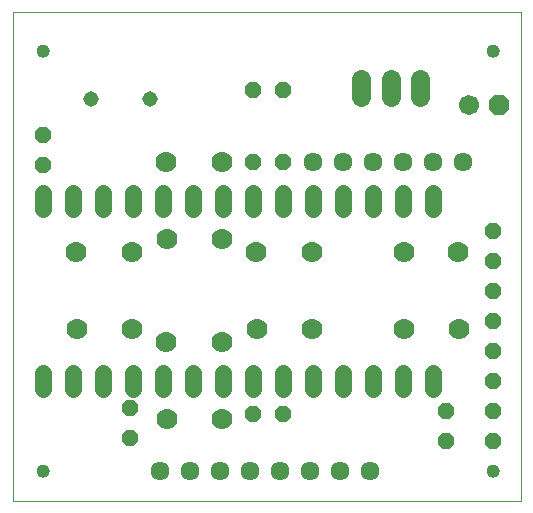
<source format=gbs>
G75*
%MOIN*%
%OFA0B0*%
%FSLAX24Y24*%
%IPPOS*%
%LPD*%
%AMOC8*
5,1,8,0,0,1.08239X$1,22.5*
%
%ADD10C,0.0000*%
%ADD11C,0.0434*%
%ADD12C,0.0560*%
%ADD13C,0.0640*%
%ADD14OC8,0.0560*%
%ADD15OC8,0.0670*%
%ADD16C,0.0670*%
%ADD17C,0.0700*%
%ADD18C,0.0634*%
%ADD19C,0.0516*%
D10*
X001093Y000180D02*
X001093Y016479D01*
X018022Y016479D01*
X018022Y000180D01*
X001093Y000180D01*
X001896Y001180D02*
X001898Y001207D01*
X001904Y001234D01*
X001913Y001260D01*
X001926Y001284D01*
X001942Y001307D01*
X001961Y001326D01*
X001983Y001343D01*
X002007Y001357D01*
X002032Y001367D01*
X002059Y001374D01*
X002086Y001377D01*
X002114Y001376D01*
X002141Y001371D01*
X002167Y001363D01*
X002191Y001351D01*
X002214Y001335D01*
X002235Y001317D01*
X002252Y001296D01*
X002267Y001272D01*
X002278Y001247D01*
X002286Y001221D01*
X002290Y001194D01*
X002290Y001166D01*
X002286Y001139D01*
X002278Y001113D01*
X002267Y001088D01*
X002252Y001064D01*
X002235Y001043D01*
X002214Y001025D01*
X002192Y001009D01*
X002167Y000997D01*
X002141Y000989D01*
X002114Y000984D01*
X002086Y000983D01*
X002059Y000986D01*
X002032Y000993D01*
X002007Y001003D01*
X001983Y001017D01*
X001961Y001034D01*
X001942Y001053D01*
X001926Y001076D01*
X001913Y001100D01*
X001904Y001126D01*
X001898Y001153D01*
X001896Y001180D01*
X001896Y015180D02*
X001898Y015207D01*
X001904Y015234D01*
X001913Y015260D01*
X001926Y015284D01*
X001942Y015307D01*
X001961Y015326D01*
X001983Y015343D01*
X002007Y015357D01*
X002032Y015367D01*
X002059Y015374D01*
X002086Y015377D01*
X002114Y015376D01*
X002141Y015371D01*
X002167Y015363D01*
X002191Y015351D01*
X002214Y015335D01*
X002235Y015317D01*
X002252Y015296D01*
X002267Y015272D01*
X002278Y015247D01*
X002286Y015221D01*
X002290Y015194D01*
X002290Y015166D01*
X002286Y015139D01*
X002278Y015113D01*
X002267Y015088D01*
X002252Y015064D01*
X002235Y015043D01*
X002214Y015025D01*
X002192Y015009D01*
X002167Y014997D01*
X002141Y014989D01*
X002114Y014984D01*
X002086Y014983D01*
X002059Y014986D01*
X002032Y014993D01*
X002007Y015003D01*
X001983Y015017D01*
X001961Y015034D01*
X001942Y015053D01*
X001926Y015076D01*
X001913Y015100D01*
X001904Y015126D01*
X001898Y015153D01*
X001896Y015180D01*
X016896Y015180D02*
X016898Y015207D01*
X016904Y015234D01*
X016913Y015260D01*
X016926Y015284D01*
X016942Y015307D01*
X016961Y015326D01*
X016983Y015343D01*
X017007Y015357D01*
X017032Y015367D01*
X017059Y015374D01*
X017086Y015377D01*
X017114Y015376D01*
X017141Y015371D01*
X017167Y015363D01*
X017191Y015351D01*
X017214Y015335D01*
X017235Y015317D01*
X017252Y015296D01*
X017267Y015272D01*
X017278Y015247D01*
X017286Y015221D01*
X017290Y015194D01*
X017290Y015166D01*
X017286Y015139D01*
X017278Y015113D01*
X017267Y015088D01*
X017252Y015064D01*
X017235Y015043D01*
X017214Y015025D01*
X017192Y015009D01*
X017167Y014997D01*
X017141Y014989D01*
X017114Y014984D01*
X017086Y014983D01*
X017059Y014986D01*
X017032Y014993D01*
X017007Y015003D01*
X016983Y015017D01*
X016961Y015034D01*
X016942Y015053D01*
X016926Y015076D01*
X016913Y015100D01*
X016904Y015126D01*
X016898Y015153D01*
X016896Y015180D01*
X016896Y001180D02*
X016898Y001207D01*
X016904Y001234D01*
X016913Y001260D01*
X016926Y001284D01*
X016942Y001307D01*
X016961Y001326D01*
X016983Y001343D01*
X017007Y001357D01*
X017032Y001367D01*
X017059Y001374D01*
X017086Y001377D01*
X017114Y001376D01*
X017141Y001371D01*
X017167Y001363D01*
X017191Y001351D01*
X017214Y001335D01*
X017235Y001317D01*
X017252Y001296D01*
X017267Y001272D01*
X017278Y001247D01*
X017286Y001221D01*
X017290Y001194D01*
X017290Y001166D01*
X017286Y001139D01*
X017278Y001113D01*
X017267Y001088D01*
X017252Y001064D01*
X017235Y001043D01*
X017214Y001025D01*
X017192Y001009D01*
X017167Y000997D01*
X017141Y000989D01*
X017114Y000984D01*
X017086Y000983D01*
X017059Y000986D01*
X017032Y000993D01*
X017007Y001003D01*
X016983Y001017D01*
X016961Y001034D01*
X016942Y001053D01*
X016926Y001076D01*
X016913Y001100D01*
X016904Y001126D01*
X016898Y001153D01*
X016896Y001180D01*
D11*
X017093Y001180D03*
X017093Y015180D03*
X002093Y015180D03*
X002093Y001180D03*
D12*
X002093Y003920D02*
X002093Y004440D01*
X003093Y004440D02*
X003093Y003920D01*
X004093Y003920D02*
X004093Y004440D01*
X005093Y004440D02*
X005093Y003920D01*
X006093Y003920D02*
X006093Y004440D01*
X007093Y004440D02*
X007093Y003920D01*
X008093Y003920D02*
X008093Y004440D01*
X009093Y004440D02*
X009093Y003920D01*
X010093Y003920D02*
X010093Y004440D01*
X011093Y004440D02*
X011093Y003920D01*
X012093Y003920D02*
X012093Y004440D01*
X013093Y004440D02*
X013093Y003920D01*
X014093Y003920D02*
X014093Y004440D01*
X015093Y004440D02*
X015093Y003920D01*
X015093Y009920D02*
X015093Y010440D01*
X014093Y010440D02*
X014093Y009920D01*
X013093Y009920D02*
X013093Y010440D01*
X012093Y010440D02*
X012093Y009920D01*
X011093Y009920D02*
X011093Y010440D01*
X010093Y010440D02*
X010093Y009920D01*
X009093Y009920D02*
X009093Y010440D01*
X008093Y010440D02*
X008093Y009920D01*
X007093Y009920D02*
X007093Y010440D01*
X006093Y010440D02*
X006093Y009920D01*
X005093Y009920D02*
X005093Y010440D01*
X004093Y010440D02*
X004093Y009920D01*
X003093Y009920D02*
X003093Y010440D01*
X002093Y010440D02*
X002093Y009920D01*
D13*
X012714Y013655D02*
X012714Y014255D01*
X013698Y014255D02*
X013698Y013655D01*
X014682Y013655D02*
X014682Y014255D01*
D14*
X010093Y013880D03*
X009093Y013880D03*
X009093Y011480D03*
X010093Y011480D03*
X017093Y009180D03*
X017093Y008180D03*
X017093Y007180D03*
X017093Y006180D03*
X017093Y005180D03*
X017093Y004180D03*
X017093Y003180D03*
X017093Y002180D03*
X015543Y002180D03*
X015543Y003180D03*
X010093Y003080D03*
X009093Y003080D03*
X004993Y003280D03*
X004993Y002280D03*
X002093Y011380D03*
X002093Y012380D03*
D15*
X017293Y013380D03*
D16*
X016293Y013380D03*
D17*
X015944Y008456D03*
X014133Y008456D03*
X014133Y005897D03*
X015983Y005897D03*
X011054Y005904D03*
X009243Y005904D03*
X008054Y005463D03*
X006204Y005463D03*
X005054Y005904D03*
X003243Y005904D03*
X003204Y008463D03*
X005054Y008463D03*
X006243Y008904D03*
X008054Y008904D03*
X009204Y008463D03*
X011054Y008463D03*
X008054Y011463D03*
X006204Y011463D03*
X006243Y002904D03*
X008054Y002904D03*
D18*
X007993Y001180D03*
X006993Y001180D03*
X005993Y001180D03*
X008993Y001180D03*
X009993Y001180D03*
X010993Y001180D03*
X011993Y001180D03*
X012993Y001180D03*
X013093Y011480D03*
X012093Y011480D03*
X011093Y011480D03*
X014093Y011480D03*
X015093Y011480D03*
X016093Y011480D03*
D19*
X005678Y013580D03*
X003709Y013580D03*
M02*

</source>
